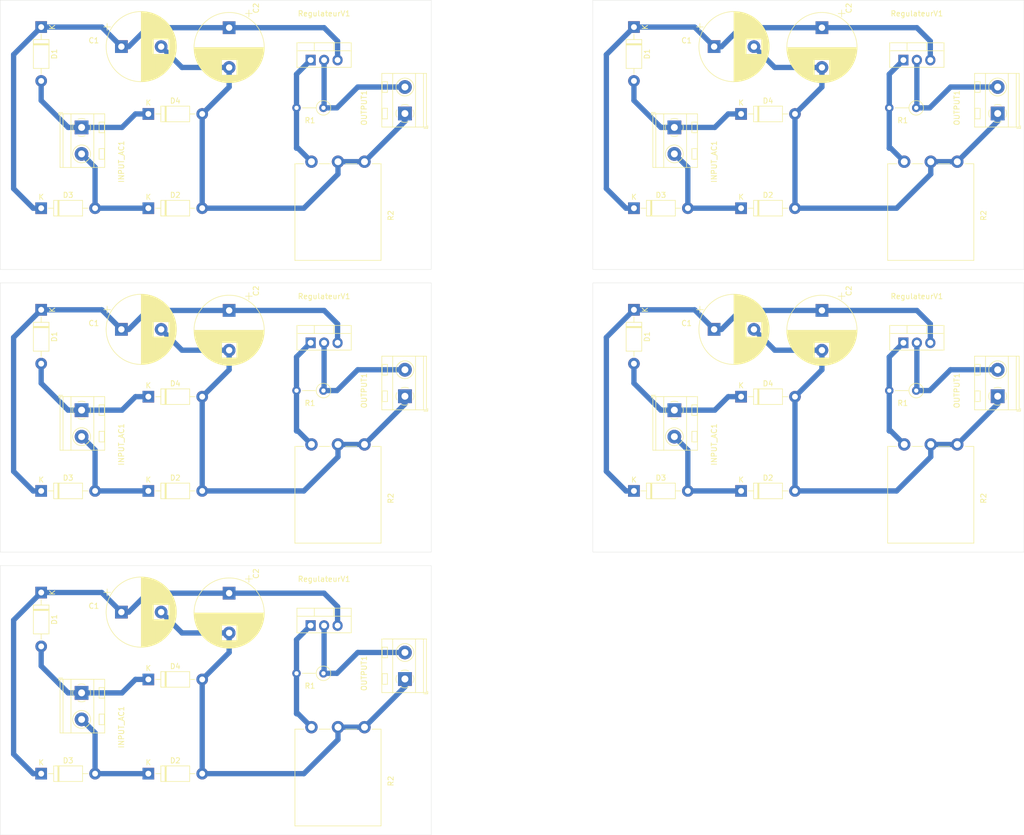
<source format=kicad_pcb>
(kicad_pcb (version 20240108) (generator "pcbnew") (generator_version "8.0")
  (layers (0 "F.Cu" signal) (31 "B.Cu" signal) (34 "B.Paste" user) (35 "F.Paste" user) (36 "B.SilkS" user "B.Silkscreen") (37 "F.SilkS" user "F.Silkscreen") (38 "B.Mask" user) (39 "F.Mask" user) (44 "Edge.Cuts" user))
  (net 0 "")
  (net 1 "Net-(D1-K)")
  (net 2 "GND")
  (net 3 "Net-(D1-A)")
  (net 4 "Net-(D2-K)")
  (net 5 "Net-(OUTPUT1-Pin_2)")
  (net 6 "Net-(RegulateurV1-ADJ)")
  (footprint "Diode_THT:D_DO-41_SOD81_P10.16mm_Horizontal" (layer "F.Cu") (at 134.74 20.32 -90)
    (property "Reference" "D1" (at 5.08 -2.47 90) (layer "F.SilkS"))
    (property "Value" "1N4001")
    (fp_text user "K" (at 0 -2.1 90) (layer "F.SilkS"))
    (pad "1" thru_hole rect (at 0 0 270) (size 2.2 2.2) (drill 1.1) (layers "*.Cu" "*.Mask") (net 1 "Net-(D1-K)"))
    (pad "2" thru_hole oval (at 10.16 0 270) (size 2.2 2.2) (drill 1.1) (layers "*.Cu" "*.Mask") (net 3 "Net-(D1-A)"))
  )
  (footprint "Resistor_THT:R_Axial_DIN0207_L6.3mm_D2.5mm_P5.08mm_Vertical" (layer "F.Cu") (at 76.2 88.9 180)
    (property "Reference" "R1" (at 2.54 -2.37 0) (layer "F.SilkS"))
    (property "Value" "220")
    (pad "1" thru_hole circle (at 0 0 180) (size 1.6 1.6) (drill 0.8) (layers "*.Cu" "*.Mask") (net 5 "Net-(OUTPUT1-Pin_2)"))
    (pad "2" thru_hole oval (at 5.08 0 180) (size 1.6 1.6) (drill 0.8) (layers "*.Cu" "*.Mask") (net 6 "Net-(RegulateurV1-ADJ)"))
  )
  (footprint "Capacitor_THT:CP_Radial_D13.0mm_P7.50mm" (layer "F.Cu") (at 38.1 24.01)
    (property "Reference" "C1" (at -5.2 -1.15 0) (layer "F.SilkS"))
    (property "Value" "1000μF")
    (pad "1" thru_hole rect (at 0 0) (size 2.4 2.4) (drill 1.2) (layers "*.Cu" "*.Mask") (net 1 "Net-(D1-K)"))
    (pad "2" thru_hole circle (at 7.5 0) (size 2.4 2.4) (drill 1.2) (layers "*.Cu" "*.Mask") (net 2 "GND"))
  )
  (footprint "TerminalBlock_MetzConnect:TerminalBlock_MetzConnect_Type094_RT03502HBLU_1x02_P5.00mm_Horizontal" (layer "F.Cu") (at 142.36 39.25 -90)
    (property "Reference" "INPUT_AC1" (at 6.47 -7.5 90) (layer "F.SilkS"))
    (property "Value" "~")
    (pad "1" thru_hole rect (at 0 0 270) (size 2.6 2.6) (drill 1.3) (layers "*.Cu" "*.Mask") (net 3 "Net-(D1-A)"))
    (pad "2" thru_hole circle (at 5 0 270) (size 2.6 2.6) (drill 1.3) (layers "*.Cu" "*.Mask") (net 4 "Net-(D2-K)"))
  )
  (footprint "Diode_THT:D_DO-41_SOD81_P10.16mm_Horizontal" (layer "F.Cu") (at 134.74 54.49)
    (property "Reference" "D3" (at 5.08 -2.47 0) (layer "F.SilkS"))
    (property "Value" "1N4001")
    (fp_text user "K" (at 0 -2.1 0) (layer "F.SilkS"))
    (pad "1" thru_hole rect (at 0 0) (size 2.2 2.2) (drill 1.1) (layers "*.Cu" "*.Mask") (net 1 "Net-(D1-K)"))
    (pad "2" thru_hole oval (at 10.16 0) (size 2.2 2.2) (drill 1.1) (layers "*.Cu" "*.Mask") (net 4 "Net-(D2-K)"))
  )
  (footprint "Package_TO_SOT_THT:TO-220-3_Vertical" (layer "F.Cu") (at 73.78 133.23)
    (property "Reference" "RegulateurV1" (at 2.54 -8.77 0) (layer "F.SilkS"))
    (property "Value" "LM317_TO-220")
    (pad "1" thru_hole rect (at 0 0) (size 1.905 2) (drill 1.1) (layers "*.Cu" "*.Mask") (net 6 "Net-(RegulateurV1-ADJ)"))
    (pad "2" thru_hole oval (at 2.54 0) (size 1.905 2) (drill 1.1) (layers "*.Cu" "*.Mask") (net 5 "Net-(OUTPUT1-Pin_2)"))
    (pad "3" thru_hole oval (at 5.08 0) (size 1.905 2) (drill 1.1) (layers "*.Cu" "*.Mask") (net 1 "Net-(D1-K)"))
  )
  (footprint "Potentiometer_THT:Potentiometer_Piher_PC-16_Single_Vertical" (layer "F.Cu") (at 73.94 45.72 -90)
    (property "Reference" "R2" (at 10.16 -14.96 90) (layer "F.SilkS"))
    (property "Value" "570")
    (pad "1" thru_hole circle (at 0 0 270) (size 2.34 2.34) (drill 1.3) (layers "*.Cu" "*.Mask") (net 6 "Net-(RegulateurV1-ADJ)"))
    (pad "2" thru_hole circle (at 0 -5 270) (size 2.34 2.34) (drill 1.3) (layers "*.Cu" "*.Mask") (net 2 "GND"))
    (pad "3" thru_hole circle (at 0 -10 270) (size 2.34 2.34) (drill 1.3) (layers "*.Cu" "*.Mask") (net 2 "GND"))
  )
  (footprint "Potentiometer_THT:Potentiometer_Piher_PC-16_Single_Vertical" (layer "F.Cu") (at 185.7 45.72 -90)
    (property "Reference" "R2" (at 10.16 -14.96 90) (layer "F.SilkS"))
    (property "Value" "570")
    (pad "1" thru_hole circle (at 0 0 270) (size 2.34 2.34) (drill 1.3) (layers "*.Cu" "*.Mask") (net 6 "Net-(RegulateurV1-ADJ)"))
    (pad "2" thru_hole circle (at 0 -5 270) (size 2.34 2.34) (drill 1.3) (layers "*.Cu" "*.Mask") (net 2 "GND"))
    (pad "3" thru_hole circle (at 0 -10 270) (size 2.34 2.34) (drill 1.3) (layers "*.Cu" "*.Mask") (net 2 "GND"))
  )
  (footprint "Capacitor_THT:CP_Radial_D13.0mm_P7.50mm" (layer "F.Cu") (at 170.18 73.78 -90)
    (property "Reference" "C2" (at -3.69 -5.08 90) (layer "F.SilkS"))
    (property "Value" "1000μF")
    (pad "1" thru_hole rect (at 0 0 270) (size 2.4 2.4) (drill 1.2) (layers "*.Cu" "*.Mask") (net 1 "Net-(D1-K)"))
    (pad "2" thru_hole circle (at 7.5 0 270) (size 2.4 2.4) (drill 1.2) (layers "*.Cu" "*.Mask") (net 2 "GND"))
  )
  (footprint "Diode_THT:D_DO-41_SOD81_P10.16mm_Horizontal" (layer "F.Cu") (at 22.98 161.17)
    (property "Reference" "D3" (at 5.08 -2.47 0) (layer "F.SilkS"))
    (property "Value" "1N4001")
    (fp_text user "K" (at 0 -2.1 0) (layer "F.SilkS"))
    (pad "1" thru_hole rect (at 0 0) (size 2.2 2.2) (drill 1.1) (layers "*.Cu" "*.Mask") (net 1 "Net-(D1-K)"))
    (pad "2" thru_hole oval (at 10.16 0) (size 2.2 2.2) (drill 1.1) (layers "*.Cu" "*.Mask") (net 4 "Net-(D2-K)"))
  )
  (footprint "TerminalBlock_MetzConnect:TerminalBlock_MetzConnect_Type094_RT03502HBLU_1x02_P5.00mm_Horizontal" (layer "F.Cu") (at 203.32 89.97 90)
    (property "Reference" "OUTPUT1" (at 1.07 -7.7 90) (layer "F.SilkS"))
    (property "Value" "OUT_DC")
    (pad "1" thru_hole rect (at 0 0 90) (size 2.6 2.6) (drill 1.3) (layers "*.Cu" "*.Mask") (net 2 "GND"))
    (pad "2" thru_hole circle (at 5 0 90) (size 2.6 2.6) (drill 1.3) (layers "*.Cu" "*.Mask") (net 5 "Net-(OUTPUT1-Pin_2)"))
  )
  (footprint "Package_TO_SOT_THT:TO-220-3_Vertical" (layer "F.Cu") (at 185.54 79.89)
    (property "Reference" "RegulateurV1" (at 2.54 -8.77 0) (layer "F.SilkS"))
    (property "Value" "LM317_TO-220")
    (pad "1" thru_hole rect (at 0 0) (size 1.905 2) (drill 1.1) (layers "*.Cu" "*.Mask") (net 6 "Net-(RegulateurV1-ADJ)"))
    (pad "2" thru_hole oval (at 2.54 0) (size 1.905 2) (drill 1.1) (layers "*.Cu" "*.Mask") (net 5 "Net-(OUTPUT1-Pin_2)"))
    (pad "3" thru_hole oval (at 5.08 0) (size 1.905 2) (drill 1.1) (layers "*.Cu" "*.Mask") (net 1 "Net-(D1-K)"))
  )
  (footprint "Resistor_THT:R_Axial_DIN0207_L6.3mm_D2.5mm_P5.08mm_Vertical" (layer "F.Cu") (at 187.96 35.56 180)
    (property "Reference" "R1" (at 2.54 -2.37 0) (layer "F.SilkS"))
    (property "Value" "220")
    (pad "1" thru_hole circle (at 0 0 180) (size 1.6 1.6) (drill 0.8) (layers "*.Cu" "*.Mask") (net 5 "Net-(OUTPUT1-Pin_2)"))
    (pad "2" thru_hole oval (at 5.08 0 180) (size 1.6 1.6) (drill 0.8) (layers "*.Cu" "*.Mask") (net 6 "Net-(RegulateurV1-ADJ)"))
  )
  (footprint "Diode_THT:D_DO-41_SOD81_P10.16mm_Horizontal" (layer "F.Cu") (at 43.18 36.71)
    (property "Reference" "D4" (at 5.08 -2.47 0) (layer "F.SilkS"))
    (property "Value" "1N4001")
    (fp_text user "K" (at 0 -2.1 0) (layer "F.SilkS"))
    (pad "1" thru_hole rect (at 0 0) (size 2.2 2.2) (drill 1.1) (layers "*.Cu" "*.Mask") (net 3 "Net-(D1-A)"))
    (pad "2" thru_hole oval (at 10.16 0) (size 2.2 2.2) (drill 1.1) (layers "*.Cu" "*.Mask") (net 2 "GND"))
  )
  (footprint "TerminalBlock_MetzConnect:TerminalBlock_MetzConnect_Type094_RT03502HBLU_1x02_P5.00mm_Horizontal" (layer "F.Cu") (at 91.56 89.97 90)
    (property "Reference" "OUTPUT1" (at 1.07 -7.7 90) (layer "F.SilkS"))
    (property "Value" "OUT_DC")
    (pad "1" thru_hole rect (at 0 0 90) (size 2.6 2.6) (drill 1.3) (layers "*.Cu" "*.Mask") (net 2 "GND"))
    (pad "2" thru_hole circle (at 5 0 90) (size 2.6 2.6) (drill 1.3) (layers "*.Cu" "*.Mask") (net 5 "Net-(OUTPUT1-Pin_2)"))
  )
  (footprint "TerminalBlock_MetzConnect:TerminalBlock_MetzConnect_Type094_RT03502HBLU_1x02_P5.00mm_Horizontal" (layer "F.Cu") (at 91.56 36.63 90)
    (property "Reference" "OUTPUT1" (at 1.07 -7.7 90) (layer "F.SilkS"))
    (property "Value" "OUT_DC")
    (pad "1" thru_hole rect (at 0 0 90) (size 2.6 2.6) (drill 1.3) (layers "*.Cu" "*.Mask") (net 2 "GND"))
    (pad "2" thru_hole circle (at 5 0 90) (size 2.6 2.6) (drill 1.3) (layers "*.Cu" "*.Mask") (net 5 "Net-(OUTPUT1-Pin_2)"))
  )
  (footprint "Package_TO_SOT_THT:TO-220-3_Vertical" (layer "F.Cu") (at 185.54 26.55)
    (property "Reference" "RegulateurV1" (at 2.54 -8.77 0) (layer "F.SilkS"))
    (property "Value" "LM317_TO-220")
    (pad "1" thru_hole rect (at 0 0) (size 1.905 2) (drill 1.1) (layers "*.Cu" "*.Mask") (net 6 "Net-(RegulateurV1-ADJ)"))
    (pad "2" thru_hole oval (at 2.54 0) (size 1.905 2) (drill 1.1) (layers "*.Cu" "*.Mask") (net 5 "Net-(OUTPUT1-Pin_2)"))
    (pad "3" thru_hole oval (at 5.08 0) (size 1.905 2) (drill 1.1) (layers "*.Cu" "*.Mask") (net 1 "Net-(D1-K)"))
  )
  (footprint "Potentiometer_THT:Potentiometer_Piher_PC-16_Single_Vertical" (layer "F.Cu") (at 73.94 99.06 -90)
    (property "Reference" "R2" (at 10.16 -14.96 90) (layer "F.SilkS"))
    (property "Value" "570")
    (pad "1" thru_hole circle (at 0 0 270) (size 2.34 2.34) (drill 1.3) (layers "*.Cu" "*.Mask") (net 6 "Net-(RegulateurV1-ADJ)"))
    (pad "2" thru_hole circle (at 0 -5 270) (size 2.34 2.34) (drill 1.3) (layers "*.Cu" "*.Mask") (net 2 "GND"))
    (pad "3" thru_hole circle (at 0 -10 270) (size 2.34 2.34) (drill 1.3) (layers "*.Cu" "*.Mask") (net 2 "GND"))
  )
  (footprint "TerminalBlock_MetzConnect:TerminalBlock_MetzConnect_Type094_RT03502HBLU_1x02_P5.00mm_Horizontal" (layer "F.Cu") (at 91.56 143.31 90)
    (property "Reference" "OUTPUT1" (at 1.07 -7.7 90) (layer "F.SilkS"))
    (property "Value" "OUT_DC")
    (pad "1" thru_hole rect (at 0 0 90) (size 2.6 2.6) (drill 1.3) (layers "*.Cu" "*.Mask") (net 2 "GND"))
    (pad "2" thru_hole circle (at 5 0 90) (size 2.6 2.6) (drill 1.3) (layers "*.Cu" "*.Mask") (net 5 "Net-(OUTPUT1-Pin_2)"))
  )
  (footprint "TerminalBlock_MetzConnect:TerminalBlock_MetzConnect_Type094_RT03502HBLU_1x02_P5.00mm_Horizontal" (layer "F.Cu") (at 30.6 92.59 -90)
    (property "Reference" "INPUT_AC1" (at 6.47 -7.5 90) (layer "F.SilkS"))
    (property "Value" "~")
    (pad "1" thru_hole rect (at 0 0 270) (size 2.6 2.6) (drill 1.3) (layers "*.Cu" "*.Mask") (net 3 "Net-(D1-A)"))
    (pad "2" thru_hole circle (at 5 0 270) (size 2.6 2.6) (drill 1.3) (layers "*.Cu" "*.Mask") (net 4 "Net-(D2-K)"))
  )
  (footprint "Diode_THT:D_DO-41_SOD81_P10.16mm_Horizontal" (layer "F.Cu") (at 134.74 73.66 -90)
    (property "Reference" "D1" (at 5.08 -2.47 90) (layer "F.SilkS"))
    (property "Value" "1N4001")
    (fp_text user "K" (at 0 -2.1 90) (layer "F.SilkS"))
    (pad "1" thru_hole rect (at 0 0 270) (size 2.2 2.2) (drill 1.1) (layers "*.Cu" "*.Mask") (net 1 "Net-(D1-K)"))
    (pad "2" thru_hole oval (at 10.16 0 270) (size 2.2 2.2) (drill 1.1) (layers "*.Cu" "*.Mask") (net 3 "Net-(D1-A)"))
  )
  (footprint "Potentiometer_THT:Potentiometer_Piher_PC-16_Single_Vertical" (layer "F.Cu") (at 73.94 152.4 -90)
    (property "Reference" "R2" (at 10.16 -14.96 90) (layer "F.SilkS"))
    (property "Value" "570")
    (pad "1" thru_hole circle (at 0 0 270) (size 2.34 2.34) (drill 1.3) (layers "*.Cu" "*.Mask") (net 6 "Net-(RegulateurV1-ADJ)"))
    (pad "2" thru_hole circle (at 0 -5 270) (size 2.34 2.34) (drill 1.3) (layers "*.Cu" "*.Mask") (net 2 "GND"))
    (pad "3" thru_hole circle (at 0 -10 270) (size 2.34 2.34) (drill 1.3) (layers "*.Cu" "*.Mask") (net 2 "GND"))
  )
  (footprint "Capacitor_THT:CP_Radial_D13.0mm_P7.50mm" (layer "F.Cu") (at 170.18 20.44 -90)
    (property "Reference" "C2" (at -3.69 -5.08 90) (layer "F.SilkS"))
    (property "Value" "1000μF")
    (pad "1" thru_hole rect (at 0 0 270) (size 2.4 2.4) (drill 1.2) (layers "*.Cu" "*.Mask") (net 1 "Net-(D1-K)"))
    (pad "2" thru_hole circle (at 7.5 0 270) (size 2.4 2.4) (drill 1.2) (layers "*.Cu" "*.Mask") (net 2 "GND"))
  )
  (footprint "Package_TO_SOT_THT:TO-220-3_Vertical" (layer "F.Cu") (at 73.78 26.55)
    (property "Reference" "RegulateurV1" (at 2.54 -8.77 0) (layer "F.SilkS"))
    (property "Value" "LM317_TO-220")
    (pad "1" thru_hole rect (at 0 0) (size 1.905 2) (drill 1.1) (layers "*.Cu" "*.Mask") (net 6 "Net-(RegulateurV1-ADJ)"))
    (pad "2" thru_hole oval (at 2.54 0) (size 1.905 2) (drill 1.1) (layers "*.Cu" "*.Mask") (net 5 "Net-(OUTPUT1-Pin_2)"))
    (pad "3" thru_hole oval (at 5.08 0) (size 1.905 2) (drill 1.1) (layers "*.Cu" "*.Mask") (net 1 "Net-(D1-K)"))
  )
  (footprint "Diode_THT:D_DO-41_SOD81_P10.16mm_Horizontal" (layer "F.Cu") (at 134.74 107.83)
    (property "Reference" "D3" (at 5.08 -2.47 0) (layer "F.SilkS"))
    (property "Value" "1N4001")
    (fp_text user "K" (at 0 -2.1 0) (layer "F.SilkS"))
    (pad "1" thru_hole rect (at 0 0) (size 2.2 2.2) (drill 1.1) (layers "*.Cu" "*.Mask") (net 1 "Net-(D1-K)"))
    (pad "2" thru_hole oval (at 10.16 0) (size 2.2 2.2) (drill 1.1) (layers "*.Cu" "*.Mask") (net 4 "Net-(D2-K)"))
  )
  (footprint "Diode_THT:D_DO-41_SOD81_P10.16mm_Horizontal" (layer "F.Cu") (at 43.18 90.05)
    (property "Reference" "D4" (at 5.08 -2.47 0) (layer "F.SilkS"))
    (property "Value" "1N4001")
    (fp_text user "K" (at 0 -2.1 0) (layer "F.SilkS"))
    (pad "1" thru_hole rect (at 0 0) (size 2.2 2.2) (drill 1.1) (layers "*.Cu" "*.Mask") (net 3 "Net-(D1-A)"))
    (pad "2" thru_hole oval (at 10.16 0) (size 2.2 2.2) (drill 1.1) (layers "*.Cu" "*.Mask") (net 2 "GND"))
  )
  (footprint "Resistor_THT:R_Axial_DIN0207_L6.3mm_D2.5mm_P5.08mm_Vertical" (layer "F.Cu") (at 187.96 88.9 180)
    (property "Reference" "R1" (at 2.54 -2.37 0) (layer "F.SilkS"))
    (property "Value" "220")
    (pad "1" thru_hole circle (at 0 0 180) (size 1.6 1.6) (drill 0.8) (layers "*.Cu" "*.Mask") (net 5 "Net-(OUTPUT1-Pin_2)"))
    (pad "2" thru_hole oval (at 5.08 0 180) (size 1.6 1.6) (drill 0.8) (layers "*.Cu" "*.Mask") (net 6 "Net-(RegulateurV1-ADJ)"))
  )
  (footprint "Diode_THT:D_DO-41_SOD81_P10.16mm_Horizontal" (layer "F.Cu") (at 154.94 90.05)
    (property "Reference" "D4" (at 5.08 -2.47 0) (layer "F.SilkS"))
    (property "Value" "1N4001")
    (fp_text user "K" (at 0 -2.1 0) (layer "F.SilkS"))
    (pad "1" thru_hole rect (at 0 0) (size 2.2 2.2) (drill 1.1) (layers "*.Cu" "*.Mask") (net 3 "Net-(D1-A)"))
    (pad "2" thru_hole oval (at 10.16 0) (size 2.2 2.2) (drill 1.1) (layers "*.Cu" "*.Mask") (net 2 "GND"))
  )
  (footprint "Capacitor_THT:CP_Radial_D13.0mm_P7.50mm" (layer "F.Cu") (at 149.86 77.35)
    (property "Reference" "C1" (at -5.2 -1.15 0) (layer "F.SilkS"))
    (property "Value" "1000μF")
    (pad "1" thru_hole rect (at 0 0) (size 2.4 2.4) (drill 1.2) (layers "*.Cu" "*.Mask") (net 1 "Net-(D1-K)"))
    (pad "2" thru_hole circle (at 7.5 0) (size 2.4 2.4) (drill 1.2) (layers "*.Cu" "*.Mask") (net 2 "GND"))
  )
  (footprint "Diode_THT:D_DO-41_SOD81_P10.16mm_Horizontal" (layer "F.Cu") (at 154.94 107.83)
    (property "Reference" "D2" (at 5.08 -2.47 0) (layer "F.SilkS"))
    (property "Value" "1N4001")
    (fp_text user "K" (at 0 -2.1 0) (layer "F.SilkS"))
    (pad "1" thru_hole rect (at 0 0) (size 2.2 2.2) (drill 1.1) (layers "*.Cu" "*.Mask") (net 4 "Net-(D2-K)"))
    (pad "2" thru_hole oval (at 10.16 0) (size 2.2 2.2) (drill 1.1) (layers "*.Cu" "*.Mask") (net 2 "GND"))
  )
  (footprint "Diode_THT:D_DO-41_SOD81_P10.16mm_Horizontal" (layer "F.Cu") (at 22.98 107.83)
    (property "Reference" "D3" (at 5.08 -2.47 0) (layer "F.SilkS"))
    (property "Value" "1N4001")
    (fp_text user "K" (at 0 -2.1 0) (layer "F.SilkS"))
    (pad "1" thru_hole rect (at 0 0) (size 2.2 2.2) (drill 1.1) (layers "*.Cu" "*.Mask") (net 1 "Net-(D1-K)"))
    (pad "2" thru_hole oval (at 10.16 0) (size 2.2 2.2) (drill 1.1) (layers "*.Cu" "*.Mask") (net 4 "Net-(D2-K)"))
  )
  (footprint "Capacitor_THT:CP_Radial_D13.0mm_P7.50mm" (layer "F.Cu") (at 38.1 130.69)
    (property "Reference" "C1" (at -5.2 -1.15 0) (layer "F.SilkS"))
    (property "Value" "1000μF")
    (pad "1" thru_hole rect (at 0 0) (size 2.4 2.4) (drill 1.2) (layers "*.Cu" "*.Mask") (net 1 "Net-(D1-K)"))
    (pad "2" thru_hole circle (at 7.5 0) (size 2.4 2.4) (drill 1.2) (layers "*.Cu" "*.Mask") (net 2 "GND"))
  )
  (footprint "TerminalBlock_MetzConnect:TerminalBlock_MetzConnect_Type094_RT03502HBLU_1x02_P5.00mm_Horizontal" (layer "F.Cu") (at 203.32 36.63 90)
    (property "Reference" "OUTPUT1" (at 1.07 -7.7 90) (layer "F.SilkS"))
    (property "Value" "OUT_DC")
    (pad "1" thru_hole rect (at 0 0 90) (size 2.6 2.6) (drill 1.3) (layers "*.Cu" "*.Mask") (net 2 "GND"))
    (pad "2" thru_hole circle (at 5 0 90) (size 2.6 2.6) (drill 1.3) (layers "*.Cu" "*.Mask") (net 5 "Net-(OUTPUT1-Pin_2)"))
  )
  (footprint "Package_TO_SOT_THT:TO-220-3_Vertical" (layer "F.Cu") (at 73.78 79.89)
    (property "Reference" "RegulateurV1" (at 2.54 -8.77 0) (layer "F.SilkS"))
    (property "Value" "LM317_TO-220")
    (pad "1" thru_hole rect (at 0 0) (size 1.905 2) (drill 1.1) (layers "*.Cu" "*.Mask") (net 6 "Net-(RegulateurV1-ADJ)"))
    (pad "2" thru_hole oval (at 2.54 0) (size 1.905 2) (drill 1.1) (layers "*.Cu" "*.Mask") (net 5 "Net-(OUTPUT1-Pin_2)"))
    (pad "3" thru_hole oval (at 5.08 0) (size 1.905 2) (drill 1.1) (layers "*.Cu" "*.Mask") (net 1 "Net-(D1-K)"))
  )
  (footprint "Resistor_THT:R_Axial_DIN0207_L6.3mm_D2.5mm_P5.08mm_Vertical" (layer "F.Cu") (at 76.2 142.24 180)
    (property "Reference" "R1" (at 2.54 -2.37 0) (layer "F.SilkS"))
    (property "Value" "220")
    (pad "1" thru_hole circle (at 0 0 180) (size 1.6 1.6) (drill 0.8) (layers "*.Cu" "*.Mask") (net 5 "Net-(OUTPUT1-Pin_2)"))
    (pad "2" thru_hole oval (at 5.08 0 180) (size 1.6 1.6) (drill 0.8) (layers "*.Cu" "*.Mask") (net 6 "Net-(RegulateurV1-ADJ)"))
  )
  (footprint "TerminalBlock_MetzConnect:TerminalBlock_MetzConnect_Type094_RT03502HBLU_1x02_P5.00mm_Horizontal" (layer "F.Cu") (at 142.36 92.59 -90)
    (property "Reference" "INPUT_AC1" (at 6.47 -7.5 90) (layer "F.SilkS"))
    (property "Value" "~")
    (pad "1" thru_hole rect (at 0 0 270) (size 2.6 2.6) (drill 1.3) (layers "*.Cu" "*.Mask") (net 3 "Net-(D1-A)"))
    (pad "2" thru_hole circle (at 5 0 270) (size 2.6 2.6) (drill 1.3) (layers "*.Cu" "*.Mask") (net 4 "Net-(D2-K)"))
  )
  (footprint "Capacitor_THT:CP_Radial_D13.0mm_P7.50mm" (layer "F.Cu") (at 58.42 127.12 -90)
    (property "Reference" "C2" (at -3.69 -5.08 90) (layer "F.SilkS"))
    (property "Value" "1000μF")
    (pad "1" thru_hole rect (at 0 0 270) (size 2.4 2.4) (drill 1.2) (layers "*.Cu" "*.Mask") (net 1 "Net-(D1-K)"))
    (pad "2" thru_hole circle (at 7.5 0 270) (size 2.4 2.4) (drill 1.2) (layers "*.Cu" "*.Mask") (net 2 "GND"))
  )
  (footprint "Diode_THT:D_DO-41_SOD81_P10.16mm_Horizontal" (layer "F.Cu") (at 43.18 107.83)
    (property "Reference" "D2" (at 5.08 -2.47 0) (layer "F.SilkS"))
    (property "Value" "1N4001")
    (fp_text user "K" (at 0 -2.1 0) (layer "F.SilkS"))
    (pad "1" thru_hole rect (at 0 0) (size 2.2 2.2) (drill 1.1) (layers "*.Cu" "*.Mask") (net 4 "Net-(D2-K)"))
    (pad "2" thru_hole oval (at 10.16 0) (size 2.2 2.2) (drill 1.1) (layers "*.Cu" "*.Mask") (net 2 "GND"))
  )
  (footprint "TerminalBlock_MetzConnect:TerminalBlock_MetzConnect_Type094_RT03502HBLU_1x02_P5.00mm_Horizontal" (layer "F.Cu") (at 30.6 145.93 -90)
    (property "Reference" "INPUT_AC1" (at 6.47 -7.5 90) (layer "F.SilkS"))
    (property "Value" "~")
    (pad "1" thru_hole rect (at 0 0 270) (size 2.6 2.6) (drill 1.3) (layers "*.Cu" "*.Mask") (net 3 "Net-(D1-A)"))
    (pad "2" thru_hole circle (at 5 0 270) (size 2.6 2.6) (drill 1.3) (layers "*.Cu" "*.Mask") (net 4 "Net-(D2-K)"))
  )
  (footprint "Diode_THT:D_DO-41_SOD81_P10.16mm_Horizontal" (layer "F.Cu") (at 22.98 73.66 -90)
    (property "Reference" "D1" (at 5.08 -2.47 90) (layer "F.SilkS"))
    (property "Value" "1N4001")
    (fp_text user "K" (at 0 -2.1 90) (layer "F.SilkS"))
    (pad "1" thru_hole rect (at 0 0 270) (size 2.2 2.2) (drill 1.1) (layers "*.Cu" "*.Mask") (net 1 "Net-(D1-K)"))
    (pad "2" thru_hole oval (at 10.16 0 270) (size 2.2 2.2) (drill 1.1) (layers "*.Cu" "*.Mask") (net 3 "Net-(D1-A)"))
  )
  (footprint "Diode_THT:D_DO-41_SOD81_P10.16mm_Horizontal" (layer "F.Cu") (at 22.98 54.49)
    (property "Reference" "D3" (at 5.08 -2.47 0) (layer "F.SilkS"))
    (property "Value" "1N4001")
    (fp_text user "K" (at 0 -2.1 0) (layer "F.SilkS"))
    (pad "1" thru_hole rect (at 0 0) (size 2.2 2.2) (drill 1.1) (layers "*.Cu" "*.Mask") (net 1 "Net-(D1-K)"))
    (pad "2" thru_hole oval (at 10.16 0) (size 2.2 2.2) (drill 1.1) (layers "*.Cu" "*.Mask") (net 4 "Net-(D2-K)"))
  )
  (footprint "Diode_THT:D_DO-41_SOD81_P10.16mm_Horizontal" (layer "F.Cu") (at 43.18 161.17)
    (property "Reference" "D2" (at 5.08 -2.47 0) (layer "F.SilkS"))
    (property "Value" "1N4001")
    (fp_text user "K" (at 0 -2.1 0) (layer "F.SilkS"))
    (pad "1" thru_hole rect (at 0 0) (size 2.2 2.2) (drill 1.1) (layers "*.Cu" "*.Mask") (net 4 "Net-(D2-K)"))
    (pad "2" thru_hole oval (at 10.16 0) (size 2.2 2.2) (drill 1.1) (layers "*.Cu" "*.Mask") (net 2 "GND"))
  )
  (footprint "Capacitor_THT:CP_Radial_D13.0mm_P7.50mm" (layer "F.Cu") (at 58.42 20.44 -90)
    (property "Reference" "C2" (at -3.69 -5.08 90) (layer "F.SilkS"))
    (property "Value" "1000μF")
    (pad "1" thru_hole rect (at 0 0 270) (size 2.4 2.4) (drill 1.2) (layers "*.Cu" "*.Mask") (net 1 "Net-(D1-K)"))
    (pad "2" thru_hole circle (at 7.5 0 270) (size 2.4 2.4) (drill 1.2) (layers "*.Cu" "*.Mask") (net 2 "GND"))
  )
  (footprint "Potentiometer_THT:Potentiometer_Piher_PC-16_Single_Vertical" (layer "F.Cu") (at 185.7 99.06 -90)
    (property "Reference" "R2" (at 10.16 -14.96 90) (layer "F.SilkS"))
    (property "Value" "570")
    (pad "1" thru_hole circle (at 0 0 270) (size 2.34 2.34) (drill 1.3) (layers "*.Cu" "*.Mask") (net 6 "Net-(RegulateurV1-ADJ)"))
    (pad "2" thru_hole circle (at 0 -5 270) (size 2.34 2.34) (drill 1.3) (layers "*.Cu" "*.Mask") (net 2 "GND"))
    (pad "3" thru_hole circle (at 0 -10 270) (size 2.34 2.34) (drill 1.3) (layers "*.Cu" "*.Mask") (net 2 "GND"))
  )
  (footprint "Diode_THT:D_DO-41_SOD81_P10.16mm_Horizontal" (layer "F.Cu") (at 22.98 20.32 -90)
    (property "Reference" "D1" (at 5.08 -2.47 90) (layer "F.SilkS"))
    (property "Value" "1N4001")
    (fp_text user "K" (at 0 -2.1 90) (layer "F.SilkS"))
    (pad "1" thru_hole rect (at 0 0 270) (size 2.2 2.2) (drill 1.1) (layers "*.Cu" "*.Mask") (net 1 "Net-(D1-K)"))
    (pad "2" thru_hole oval (at 10.16 0 270) (size 2.2 2.2) (drill 1.1) (layers "*.Cu" "*.Mask") (net 3 "Net-(D1-A)"))
  )
  (footprint "Diode_THT:D_DO-41_SOD81_P10.16mm_Horizontal" (layer "F.Cu") (at 43.18 54.49)
    (property "Reference" "D2" (at 5.08 -2.47 0) (layer "F.SilkS"))
    (property "Value" "1N4001")
    (fp_text user "K" (at 0 -2.1 0) (layer "F.SilkS"))
    (pad "1" thru_hole rect (at 0 0) (size 2.2 2.2) (drill 1.1) (layers "*.Cu" "*.Mask") (net 4 "Net-(D2-K)"))
    (pad "2" thru_hole oval (at 10.16 0) (size 2.2 2.2) (drill 1.1) (layers "*.Cu" "*.Mask") (net 2 "GND"))
  )
  (footprint "Capacitor_THT:CP_Radial_D13.0mm_P7.50mm" (layer "F.Cu") (at 38.1 77.35)
    (property "Reference" "C1" (at -5.2 -1.15 0) (layer "F.SilkS"))
    (property "Value" "1000μF")
    (pad "1" thru_hole rect (at 0 0) (size 2.4 2.4) (drill 1.2) (layers "*.Cu" "*.Mask") (net 1 "Net-(D1-K)"))
    (pad "2" thru_hole circle (at 7.5 0) (size 2.4 2.4) (drill 1.2) (layers "*.Cu" "*.Mask") (net 2 "GND"))
  )
  (footprint "Diode_THT:D_DO-41_SOD81_P10.16mm_Horizontal" (layer "F.Cu") (at 43.18 143.39)
    (property "Reference" "D4" (at 5.08 -2.47 0) (layer "F.SilkS"))
    (property "Value" "1N4001")
    (fp_text user "K" (at 0 -2.1 0) (layer "F.SilkS"))
    (pad "1" thru_hole rect (at 0 0) (size 2.2 2.2) (drill 1.1) (layers "*.Cu" "*.Mask") (net 3 "Net-(D1-A)"))
    (pad "2" thru_hole oval (at 10.16 0) (size 2.2 2.2) (drill 1.1) (layers "*.Cu" "*.Mask") (net 2 "GND"))
  )
  (footprint "Capacitor_THT:CP_Radial_D13.0mm_P7.50mm" (layer "F.Cu") (at 149.86 24.01)
    (property "Reference" "C1" (at -5.2 -1.15 0) (layer "F.SilkS"))
    (property "Value" "1000μF")
    (pad "1" thru_hole rect (at 0 0) (size 2.4 2.4) (drill 1.2) (layers "*.Cu" "*.Mask") (net 1 "Net-(D1-K)"))
    (pad "2" thru_hole circle (at 7.5 0) (size 2.4 2.4) (drill 1.2) (layers "*.Cu" "*.Mask") (net 2 "GND"))
  )
  (footprint "Diode_THT:D_DO-41_SOD81_P10.16mm_Horizontal" (layer "F.Cu") (at 154.94 36.71)
    (property "Reference" "D4" (at 5.08 -2.47 0) (layer "F.SilkS"))
    (property "Value" "1N4001")
    (fp_text user "K" (at 0 -2.1 0) (layer "F.SilkS"))
    (pad "1" thru_hole rect (at 0 0) (size 2.2 2.2) (drill 1.1) (layers "*.Cu" "*.Mask") (net 3 "Net-(D1-A)"))
    (pad "2" thru_hole oval (at 10.16 0) (size 2.2 2.2) (drill 1.1) (layers "*.Cu" "*.Mask") (net 2 "GND"))
  )
  (footprint "Diode_THT:D_DO-41_SOD81_P10.16mm_Horizontal" (layer "F.Cu") (at 22.98 127 -90)
    (property "Reference" "D1" (at 5.08 -2.47 90) (layer "F.SilkS"))
    (property "Value" "1N4001")
    (fp_text user "K" (at 0 -2.1 90) (layer "F.SilkS"))
    (pad "1" thru_hole rect (at 0 0 270) (size 2.2 2.2) (drill 1.1) (layers "*.Cu" "*.Mask") (net 1 "Net-(D1-K)"))
    (pad "2" thru_hole oval (at 10.16 0 270) (size 2.2 2.2) (drill 1.1) (layers "*.Cu" "*.Mask") (net 3 "Net-(D1-A)"))
  )
  (footprint "TerminalBlock_MetzConnect:TerminalBlock_MetzConnect_Type094_RT03502HBLU_1x02_P5.00mm_Horizontal" (layer "F.Cu") (at 30.6 39.25 -90)
    (property "Reference" "INPUT_AC1" (at 6.47 -7.5 90) (layer "F.SilkS"))
    (property "Value" "~")
    (pad "1" thru_hole rect (at 0 0 270) (size 2.6 2.6) (drill 1.3) (layers "*.Cu" "*.Mask") (net 3 "Net-(D1-A)"))
    (pad "2" thru_hole circle (at 5 0 270) (size 2.6 2.6) (drill 1.3) (layers "*.Cu" "*.Mask") (net 4 "Net-(D2-K)"))
  )
  (footprint "Resistor_THT:R_Axial_DIN0207_L6.3mm_D2.5mm_P5.08mm_Vertical" (layer "F.Cu") (at 76.2 35.56 180)
    (property "Reference" "R1" (at 2.54 -2.37 0) (layer "F.SilkS"))
    (property "Value" "220")
    (pad "1" thru_hole circle (at 0 0 180) (size 1.6 1.6) (drill 0.8) (layers "*.Cu" "*.Mask") (net 5 "Net-(OUTPUT1-Pin_2)"))
    (pad "2" thru_hole oval (at 5.08 0 180) (size 1.6 1.6) (drill 0.8) (layers "*.Cu" "*.Mask") (net 6 "Net-(RegulateurV1-ADJ)"))
  )
  (footprint "Capacitor_THT:CP_Radial_D13.0mm_P7.50mm" (layer "F.Cu") (at 58.42 73.78 -90)
    (property "Reference" "C2" (at -3.69 -5.08 90) (layer "F.SilkS"))
    (property "Value" "1000μF")
    (pad "1" thru_hole rect (at 0 0 270) (size 2.4 2.4) (drill 1.2) (layers "*.Cu" "*.Mask") (net 1 "Net-(D1-K)"))
    (pad "2" thru_hole circle (at 7.5 0 270) (size 2.4 2.4) (drill 1.2) (layers "*.Cu" "*.Mask") (net 2 "GND"))
  )
  (footprint "Diode_THT:D_DO-41_SOD81_P10.16mm_Horizontal" (layer "F.Cu") (at 154.94 54.49)
    (property "Reference" "D2" (at 5.08 -2.47 0) (layer "F.SilkS"))
    (property "Value" "1N4001")
    (fp_text user "K" (at 0 -2.1 0) (layer "F.SilkS"))
    (pad "1" thru_hole rect (at 0 0) (size 2.2 2.2) (drill 1.1) (layers "*.Cu" "*.Mask") (net 4 "Net-(D2-K)"))
    (pad "2" thru_hole oval (at 10.16 0) (size 2.2 2.2) (drill 1.1) (layers "*.Cu" "*.Mask") (net 2 "GND"))
  )
  (gr_rect (start 127 15.24) (end 208.28 66.04) (stroke (width 0.05)) (fill none) (layer "Edge.Cuts"))
  (gr_rect (start 15.24 121.92) (end 96.52 172.72) (stroke (width 0.05)) (fill none) (layer "Edge.Cuts"))
  (gr_rect (start 15.24 15.24) (end 96.52 66.04) (stroke (width 0.05)) (fill none) (layer "Edge.Cuts"))
  (gr_rect (start 15.24 68.58) (end 96.52 119.38) (stroke (width 0.05)) (fill none) (layer "Edge.Cuts"))
  (gr_rect (start 127 68.58) (end 208.28 119.38) (stroke (width 0.05)) (fill none) (layer "Edge.Cuts"))
  (segment (start 38.1 24.01) (end 39.49 24.01) (width 1) (layer "B.Cu") (net 1))
  (segment (start 78.86 76.32) (end 78.86 79.89) (width 1) (layer "B.Cu") (net 1))
  (segment (start 38.1 130.69) (end 39.49 130.69) (width 1) (layer "B.Cu") (net 1))
  (segment (start 22.98 20.32) (end 34.41 20.32) (width 1) (layer "B.Cu") (net 1))
  (segment (start 133.23 54.49) (end 129.54 50.8) (width 1) (layer "B.Cu") (net 1))
  (segment (start 58.42 127.12) (end 76.32 127.12) (width 1) (layer "B.Cu") (net 1))
  (segment (start 78.86 22.98) (end 78.86 26.55) (width 1) (layer "B.Cu") (net 1))
  (segment (start 22.98 127) (end 34.41 127) (width 1) (layer "B.Cu") (net 1))
  (segment (start 43.3 127.12) (end 58.42 127.12) (width 1) (layer "B.Cu") (net 1))
  (segment (start 21.47 107.83) (end 17.78 104.14) (width 1) (layer "B.Cu") (net 1))
  (segment (start 39.49 130.69) (end 43.18 127) (width 1) (layer "B.Cu") (net 1))
  (segment (start 155.06 20.44) (end 170.18 20.44) (width 1) (layer "B.Cu") (net 1))
  (segment (start 190.62 76.32) (end 190.62 79.89) (width 1) (layer "B.Cu") (net 1))
  (segment (start 188.08 73.78) (end 190.62 76.32) (width 1) (layer "B.Cu") (net 1))
  (segment (start 134.74 54.49) (end 133.23 54.49) (width 1) (layer "B.Cu") (net 1))
  (segment (start 58.42 20.44) (end 76.32 20.44) (width 1) (layer "B.Cu") (net 1))
  (segment (start 188.08 20.44) (end 190.62 22.98) (width 1) (layer "B.Cu") (net 1))
  (segment (start 149.86 24.01) (end 151.25 24.01) (width 1) (layer "B.Cu") (net 1))
  (segment (start 134.74 107.83) (end 133.23 107.83) (width 1) (layer "B.Cu") (net 1))
  (segment (start 43.18 127) (end 43.3 127.12) (width 1) (layer "B.Cu") (net 1))
  (segment (start 190.62 22.98) (end 190.62 26.55) (width 1) (layer "B.Cu") (net 1))
  (segment (start 151.25 77.35) (end 154.94 73.66) (width 1) (layer "B.Cu") (net 1))
  (segment (start 17.78 157.48) (end 17.78 132.2) (width 1) (layer "B.Cu") (net 1))
  (segment (start 155.06 73.78) (end 170.18 73.78) (width 1) (layer "B.Cu") (net 1))
  (segment (start 17.78 132.2) (end 22.98 127) (width 1) (layer "B.Cu") (net 1))
  (segment (start 43.3 20.44) (end 58.42 20.44) (width 1) (layer "B.Cu") (net 1))
  (segment (start 17.78 78.86) (end 22.98 73.66) (width 1) (layer "B.Cu") (net 1))
  (segment (start 22.98 161.17) (end 21.47 161.17) (width 1) (layer "B.Cu") (net 1))
  (segment (start 76.32 127.12) (end 78.86 129.66) (width 1) (layer "B.Cu") (net 1))
  (segment (start 170.18 20.44) (end 188.08 20.44) (width 1) (layer "B.Cu") (net 1))
  (segment (start 34.41 20.32) (end 38.1 24.01) (width 1) (layer "B.Cu") (net 1))
  (segment (start 129.54 50.8) (end 129.54 25.52) (width 1) (layer "B.Cu") (net 1))
  (segment (start 17.78 104.14) (end 17.78 78.86) (width 1) (layer "B.Cu") (net 1))
  (segment (start 22.98 73.66) (end 34.41 73.66) (width 1) (layer "B.Cu") (net 1))
  (segment (start 129.54 25.52) (end 134.74 20.32) (width 1) (layer "B.Cu") (net 1))
  (segment (start 38.1 77.35) (end 39.49 77.35) (width 1) (layer "B.Cu") (net 1))
  (segment (start 154.94 73.66) (end 155.06 73.78) (width 1) (layer "B.Cu") (net 1))
  (segment (start 149.86 77.35) (end 151.25 77.35) (width 1) (layer "B.Cu") (net 1))
  (segment (start 21.47 161.17) (end 17.78 157.48) (width 1) (layer "B.Cu") (net 1))
  (segment (start 151.25 24.01) (end 154.94 20.32) (width 1) (layer "B.Cu") (net 1))
  (segment (start 43.3 73.78) (end 58.42 73.78) (width 1) (layer "B.Cu") (net 1))
  (segment (start 34.41 127) (end 38.1 130.69) (width 1) (layer "B.Cu") (net 1))
  (segment (start 34.41 73.66) (end 38.1 77.35) (width 1) (layer "B.Cu") (net 1))
  (segment (start 133.23 107.83) (end 129.54 104.14) (width 1) (layer "B.Cu") (net 1))
  (segment (start 17.78 25.52) (end 22.98 20.32) (width 1) (layer "B.Cu") (net 1))
  (segment (start 21.47 54.49) (end 17.78 50.8) (width 1) (layer "B.Cu") (net 1))
  (segment (start 134.74 20.32) (end 146.17 20.32) (width 1) (layer "B.Cu") (net 1))
  (segment (start 129.54 104.14) (end 129.54 78.86) (width 1) (layer "B.Cu") (net 1))
  (segment (start 22.98 54.49) (end 21.47 54.49) (width 1) (layer "B.Cu") (net 1))
  (segment (start 76.32 20.44) (end 78.86 22.98) (width 1) (layer "B.Cu") (net 1))
  (segment (start 134.74 73.66) (end 146.17 73.66) (width 1) (layer "B.Cu") (net 1))
  (segment (start 43.18 73.66) (end 43.3 73.78) (width 1) (layer "B.Cu") (net 1))
  (segment (start 146.17 73.66) (end 149.86 77.35) (width 1) (layer "B.Cu") (net 1))
  (segment (start 43.18 20.32) (end 43.3 20.44) (width 1) (layer "B.Cu") (net 1))
  (segment (start 22.98 107.83) (end 21.47 107.83) (width 1) (layer "B.Cu") (net 1))
  (segment (start 78.86 129.66) (end 78.86 133.23) (width 1) (layer "B.Cu") (net 1))
  (segment (start 76.32 73.78) (end 78.86 76.32) (width 1) (layer "B.Cu") (net 1))
  (segment (start 39.49 77.35) (end 43.18 73.66) (width 1) (layer "B.Cu") (net 1))
  (segment (start 58.42 73.78) (end 76.32 73.78) (width 1) (layer "B.Cu") (net 1))
  (segment (start 170.18 73.78) (end 188.08 73.78) (width 1) (layer "B.Cu") (net 1))
  (segment (start 146.17 20.32) (end 149.86 24.01) (width 1) (layer "B.Cu") (net 1))
  (segment (start 39.49 24.01) (end 43.18 20.32) (width 1) (layer "B.Cu") (net 1))
  (segment (start 154.94 20.32) (end 155.06 20.44) (width 1) (layer "B.Cu") (net 1))
  (segment (start 17.78 50.8) (end 17.78 25.52) (width 1) (layer "B.Cu") (net 1))
  (segment (start 129.54 78.86) (end 134.74 73.66) (width 1) (layer "B.Cu") (net 1))
  (segment (start 195.7 99.06) (end 203.32 91.44) (width 1) (layer "B.Cu") (net 2))
  (segment (start 195.7 45.72) (end 190.7 45.72) (width 1) (layer "B.Cu") (net 2))
  (segment (start 157.36 77.35) (end 161.29 81.28) (width 1) (layer "B.Cu") (net 2))
  (segment (start 83.94 152.4) (end 91.56 144.78) (width 1) (layer "B.Cu") (net 2))
  (segment (start 78.94 101.4) (end 78.94 99.06) (width 1) (layer "B.Cu") (net 2))
  (segment (start 58.42 138.31) (end 58.42 134.62) (width 1) (layer "B.Cu") (net 2))
  (segment (start 53.34 90.05) (end 58.42 84.97) (width 1) (layer "B.Cu") (net 2))
  (segment (start 53.34 161.17) (end 72.51 161.17) (width 1) (layer "B.Cu") (net 2))
  (segment (start 78.94 48.06) (end 78.94 45.72) (width 1) (layer "B.Cu") (net 2))
  (segment (start 53.34 36.71) (end 58.42 31.63) (width 1) (layer "B.Cu") (net 2))
  (segment (start 58.42 31.63) (end 58.42 27.94) (width 1) (layer "B.Cu") (net 2))
  (segment (start 83.94 45.72) (end 91.56 38.1) (width 1) (layer "B.Cu") (net 2))
  (segment (start 165.1 54.49) (end 184.27 54.49) (width 1) (layer "B.Cu") (net 2))
  (segment (start 165.1 107.83) (end 165.1 90.05) (width 1) (layer "B.Cu") (net 2))
  (segment (start 165.1 36.71) (end 170.18 31.63) (width 1) (layer "B.Cu") (net 2))
  (segment (start 49.53 134.62) (end 58.42 134.62) (width 1) (layer "B.Cu") (net 2))
  (segment (start 161.29 27.94) (end 170.18 27.94) (width 1) (layer "B.Cu") (net 2))
  (segment (start 184.27 54.49) (end 190.7 48.06) (width 1) (layer "B.Cu") (net 2))
  (segment (start 49.53 27.94) (end 58.42 27.94) (width 1) (layer "B.Cu") (net 2))
  (segment (start 170.18 84.97) (end 170.18 81.28) (width 1) (layer "B.Cu") (net 2))
  (segment (start 83.94 99.06) (end 91.56 91.44) (width 1) (layer "B.Cu") (net 2))
  (segment (start 53.34 107.83) (end 72.51 107.83) (width 1) (layer "B.Cu") (net 2))
  (segment (start 53.34 143.39) (end 58.42 138.31) (width 1) (layer "B.Cu") (net 2))
  (segment (start 195.7 99.06) (end 190.7 99.06) (width 1) (layer "B.Cu") (net 2))
  (segment (start 53.34 54.49) (end 72.51 54.49) (width 1) (layer "B.Cu") (net 2))
  (segment (start 53.34 107.83) (end 53.34 90.05) (width 1) (layer "B.Cu") (net 2))
  (segment (start 195.7 45.72) (end 203.32 38.1) (width 1) (layer "B.Cu") (net 2))
  (segment (start 72.51 161.17) (end 78.94 154.74) (width 1) (layer "B.Cu") (net 2))
  (segment (start 45.6 24.01) (end 49.53 27.94) (width 1) (layer "B.Cu") (net 2))
  (segment (start 45.6 77.35) (end 49.53 81.28) (width 1) (layer "B.Cu") (net 2))
  (segment (start 58.42 84.97) (end 58.42 81.28) (width 1) (layer "B.Cu") (net 2))
  (segment (start 91.56 38.1) (end 91.56 36.63) (width 1) (layer "B.Cu") (net 2))
  (segment (start 53.34 161.17) (end 53.34 143.39) (width 1) (layer "B.Cu") (net 2))
  (segment (start 170.18 31.63) (end 170.18 27.94) (width 1) (layer "B.Cu") (net 2))
  (segment (start 83.94 152.4) (end 78.94 152.4) (width 1) (layer "B.Cu") (net 2))
  (segment (start 184.27 107.83) (end 190.7 101.4) (width 1) (layer "B.Cu") (net 2))
  (segment (start 203.32 38.1) (end 203.32 36.63) (width 1) (layer "B.Cu") (net 2))
  (segment (start 72.51 54.49) (end 78.94 48.06) (width 1) (layer "B.Cu") (net 2))
  (segment (start 78.94 154.74) (end 78.94 152.4) (width 1) (layer "B.Cu") (net 2))
  (segment (start 165.1 107.83) (end 184.27 107.83) (width 1) (layer "B.Cu") (net 2))
  (segment (start 91.56 144.78) (end 91.56 143.31) (width 1) (layer "B.Cu") (net 2))
  (segment (start 165.1 54.49) (end 165.1 36.71) (width 1) (layer "B.Cu") (net 2))
  (segment (start 190.7 48.06) (end 190.7 45.72) (width 1) (layer "B.Cu") (net 2))
  (segment (start 91.56 91.44) (end 91.56 89.97) (width 1) (layer "B.Cu") (net 2))
  (segment (start 161.29 81.28) (end 170.18 81.28) (width 1) (layer "B.Cu") (net 2))
  (segment (start 53.34 54.49) (end 53.34 36.71) (width 1) (layer "B.Cu") (net 2))
  (segment (start 72.51 107.83) (end 78.94 101.4) (width 1) (layer "B.Cu") (net 2))
  (segment (start 157.36 24.01) (end 161.29 27.94) (width 1) (layer "B.Cu") (net 2))
  (segment (start 45.6 130.69) (end 49.53 134.62) (width 1) (layer "B.Cu") (net 2))
  (segment (start 49.53 81.28) (end 58.42 81.28) (width 1) (layer "B.Cu") (net 2))
  (segment (start 165.1 90.05) (end 170.18 84.97) (width 1) (layer "B.Cu") (net 2))
  (segment (start 190.7 101.4) (end 190.7 99.06) (width 1) (layer "B.Cu") (net 2))
  (segment (start 83.94 45.72) (end 78.94 45.72) (width 1) (layer "B.Cu") (net 2))
  (segment (start 203.32 91.44) (end 203.32 89.97) (width 1) (layer "B.Cu") (net 2))
  (segment (start 83.94 99.06) (end 78.94 99.06) (width 1) (layer "B.Cu") (net 2))
  (segment (start 134.74 34.17) (end 134.74 30.48) (width 1) (layer "B.Cu") (net 3))
  (segment (start 22.98 34.17) (end 22.98 30.48) (width 1) (layer "B.Cu") (net 3))
  (segment (start 40.76 90.05) (end 43.18 90.05) (width 1) (layer "B.Cu") (net 3))
  (segment (start 38.22 39.25) (end 40.76 36.71) (width 1) (layer "B.Cu") (net 3))
  (segment (start 30.6 39.25) (end 28.06 39.25) (width 1) (layer "B.Cu") (net 3))
  (segment (start 149.98 92.59) (end 152.52 90.05) (width 1) (layer "B.Cu") (net 3))
  (segment (start 30.6 92.59) (end 38.22 92.59) (width 1) (layer "B.Cu") (net 3))
  (segment (start 30.6 92.59) (end 28.06 92.59) (width 1) (layer "B.Cu") (net 3))
  (segment (start 40.76 36.71) (end 43.18 36.71) (width 1) (layer "B.Cu") (net 3))
  (segment (start 22.98 140.85) (end 22.98 137.16) (width 1) (layer "B.Cu") (net 3))
  (segment (start 22.98 87.51) (end 22.98 83.82) (width 1) (layer "B.Cu") (net 3))
  (segment (start 40.76 143.39) (end 43.18 143.39) (width 1) (layer "B.Cu") (net 3))
  (segment (start 142.36 92.59) (end 149.98 92.59) (width 1) (layer "B.Cu") (net 3))
  (segment (start 134.74 87.51) (end 134.74 83.82) (width 1) (layer "B.Cu") (net 3))
  (segment (start 38.22 92.59) (end 40.76 90.05) (width 1) (layer "B.Cu") (net 3))
  (segment (start 142.36 39.25) (end 149.98 39.25) (width 1) (layer "B.Cu") (net 3))
  (segment (start 142.36 92.59) (end 139.82 92.59) (width 1) (layer "B.Cu") (net 3))
  (segment (start 152.52 36.71) (end 154.94 36.71) (width 1) (layer "B.Cu") (net 3))
  (segment (start 28.06 92.59) (end 22.98 87.51) (width 1) (layer "B.Cu") (net 3))
  (segment (start 152.52 90.05) (end 154.94 90.05) (width 1) (layer "B.Cu") (net 3))
  (segment (start 142.36 39.25) (end 139.82 39.25) (width 1) (layer "B.Cu") (net 3))
  (segment (start 28.06 39.25) (end 22.98 34.17) (width 1) (layer "B.Cu") (net 3))
  (segment (start 139.82 39.25) (end 134.74 34.17) (width 1) (layer "B.Cu") (net 3))
  (segment (start 30.6 145.93) (end 38.22 145.93) (width 1) (layer "B.Cu") (net 3))
  (segment (start 28.06 145.93) (end 22.98 140.85) (width 1) (layer "B.Cu") (net 3))
  (segment (start 30.6 39.25) (end 38.22 39.25) (width 1) (layer "B.Cu") (net 3))
  (segment (start 30.6 145.93) (end 28.06 145.93) (width 1) (layer "B.Cu") (net 3))
  (segment (start 149.98 39.25) (end 152.52 36.71) (width 1) (layer "B.Cu") (net 3))
  (segment (start 139.82 92.59) (end 134.74 87.51) (width 1) (layer "B.Cu") (net 3))
  (segment (start 38.22 145.93) (end 40.76 143.39) (width 1) (layer "B.Cu") (net 3))
  (segment (start 33.14 54.49) (end 33.14 46.79) (width 1) (layer "B.Cu") (net 4))
  (segment (start 144.9 100.13) (end 142.36 97.59) (width 1) (layer "B.Cu") (net 4))
  (segment (start 144.9 54.49) (end 154.94 54.49) (width 1) (layer "B.Cu") (net 4))
  (segment (start 33.14 107.83) (end 33.14 100.13) (width 1) (layer "B.Cu") (net 4))
  (segment (start 33.14 161.17) (end 33.14 153.47) (width 1) (layer "B.Cu") (net 4))
  (segment (start 33.14 100.13) (end 30.6 97.59) (width 1) (layer "B.Cu") (net 4))
  (segment (start 144.9 46.79) (end 142.36 44.25) (width 1) (layer "B.Cu") (net 4))
  (segment (start 144.9 107.83) (end 144.9 100.13) (width 1) (layer "B.Cu") (net 4))
  (segment (start 33.14 161.17) (end 43.18 161.17) (width 1) (layer "B.Cu") (net 4))
  (segment (start 33.14 153.47) (end 30.6 150.93) (width 1) (layer "B.Cu") (net 4))
  (segment (start 144.9 107.83) (end 154.94 107.83) (width 1) (layer "B.Cu") (net 4))
  (segment (start 33.14 46.79) (end 30.6 44.25) (width 1) (layer "B.Cu") (net 4))
  (segment (start 144.9 54.49) (end 144.9 46.79) (width 1) (layer "B.Cu") (net 4))
  (segment (start 33.14 54.49) (end 43.18 54.49) (width 1) (layer "B.Cu") (net 4))
  (segment (start 33.14 107.83) (end 43.18 107.83) (width 1) (layer "B.Cu") (net 4))
  (segment (start 76.32 35.44) (end 76.2 35.56) (width 0.8) (layer "F.Cu") (net 5))
  (segment (start 188.08 88.78) (end 187.96 88.9) (width 1) (layer "B.Cu") (net 5))
  (segment (start 78.74 88.9) (end 76.2 88.9) (width 1) (layer "B.Cu") (net 5))
  (segment (start 76.32 142.12) (end 76.2 142.24) (width 1) (layer "B.Cu") (net 5))
  (segment (start 76.32 26.55) (end 76.32 35.44) (width 1) (layer "B.Cu") (net 5))
  (segment (start 82.67 31.63) (end 78.74 35.56) (width 1) (layer "B.Cu") (net 5))
  (segment (start 190.5 35.56) (end 187.96 35.56) (width 1) (layer "B.Cu") (net 5))
  (segment (start 188.08 79.89) (end 188.08 88.78) (width 1) (layer "B.Cu") (net 5))
  (segment (start 194.43 31.63) (end 190.5 35.56) (width 1) (layer "B.Cu") (net 5))
  (segment (start 91.56 138.31) (end 82.67 138.31) (width 1) (layer "B.Cu") (net 5))
  (segment (start 203.32 31.63) (end 194.43 31.63) (width 1) (layer "B.Cu") (net 5))
  (segment (start 76.32 133.23) (end 76.32 142.12) (width 1) (layer "B.Cu") (net 5))
  (segment (start 190.5 88.9) (end 187.96 88.9) (width 1) (layer "B.Cu") (net 5))
  (segment (start 82.67 138.31) (end 78.74 142.24) (width 1) (layer "B.Cu") (net 5))
  (segment (start 91.56 84.97) (end 82.67 84.97) (width 1) (layer "B.Cu") (net 5))
  (segment (start 188.08 35.44) (end 187.96 35.56) (width 1) (layer "B.Cu") (net 5))
  (segment (start 78.74 142.24) (end 76.2 142.24) (width 1) (layer "B.Cu") (net 5))
  (segment (start 76.32 88.78) (end 76.2 88.9) (width 1) (layer "B.Cu") (net 5))
  (segment (start 188.08 26.55) (end 188.08 35.44) (width 1) (layer "B.Cu") (net 5))
  (segment (start 78.74 35.56) (end 76.2 35.56) (width 1) (layer "B.Cu") (net 5))
  (segment (start 76.32 35.44) (end 76.2 35.56) (width 1) (layer "B.Cu") (net 5))
  (segment (start 82.67 84.97) (end 78.74 88.9) (width 1) (layer "B.Cu") (net 5))
  (segment (start 203.32 84.97) (end 194.43 84.97) (width 1) (layer "B.Cu") (net 5))
  (segment (start 91.56 31.63) (end 82.67 31.63) (width 1) (layer "B.Cu") (net 5))
  (segment (start 76.32 79.89) (end 76.32 88.78) (width 1) (layer "B.Cu") (net 5))
  (segment (start 194.43 84.97) (end 190.5 88.9) (width 1) (layer "B.Cu") (net 5))
  (segment (start 71.12 149.86) (end 71.12 142.24) (width 1) (layer "B.Cu") (net 6))
  (segment (start 71.12 35.56) (end 71.12 29.21) (width 1) (layer "B.Cu") (net 6))
  (segment (start 182.88 96.52) (end 182.88 88.9) (width 1) (layer "B.Cu") (net 6))
  (segment (start 71.12 135.89) (end 73.78 133.23) (width 1) (layer "B.Cu") (net 6))
  (segment (start 73.94 152.4) (end 71.4 149.86) (width 1) (layer "B.Cu") (net 6))
  (segment (start 71.12 43.18) (end 71.12 35.56) (width 1) (layer "B.Cu") (net 6))
  (segment (start 71.4 96.52) (end 71.12 96.52) (width 1) (layer "B.Cu") (net 6))
  (segment (start 182.88 82.55) (end 185.54 79.89) (width 1) (layer "B.Cu") (net 6))
  (segment (start 73.94 99.06) (end 71.4 96.52) (width 1) (layer "B.Cu") (net 6))
  (segment (start 71.4 149.86) (end 71.12 149.86) (width 1) (layer "B.Cu") (net 6))
  (segment (start 182.88 35.56) (end 182.88 29.21) (width 1) (layer "B.Cu") (net 6))
  (segment (start 182.88 43.18) (end 182.88 35.56) (width 1) (layer "B.Cu") (net 6))
  (segment (start 71.12 96.52) (end 71.12 88.9) (width 1) (layer "B.Cu") (net 6))
  (segment (start 71.12 29.21) (end 73.78 26.55) (width 1) (layer "B.Cu") (net 6))
  (segment (start 185.7 45.72) (end 183.16 43.18) (width 1) (layer "B.Cu") (net 6))
  (segment (start 71.4 43.18) (end 71.12 43.18) (width 1) (layer "B.Cu") (net 6))
  (segment (start 183.16 43.18) (end 182.88 43.18) (width 1) (layer "B.Cu") (net 6))
  (segment (start 185.7 99.06) (end 183.16 96.52) (width 1) (layer "B.Cu") (net 6))
  (segment (start 183.16 96.52) (end 182.88 96.52) (width 1) (layer "B.Cu") (net 6))
  (segment (start 71.12 82.55) (end 73.78 79.89) (width 1) (layer "B.Cu") (net 6))
  (segment (start 73.94 45.72) (end 71.4 43.18) (width 1) (layer "B.Cu") (net 6))
  (segment (start 182.88 29.21) (end 185.54 26.55) (width 1) (layer "B.Cu") (net 6))
  (segment (start 182.88 88.9) (end 182.88 82.55) (width 1) (layer "B.Cu") (net 6))
  (segment (start 71.12 88.9) (end 71.12 82.55) (width 1) (layer "B.Cu") (net 6))
  (segment (start 71.12 142.24) (end 71.12 135.89) (width 1) (layer "B.Cu") (net 6))
)
</source>
